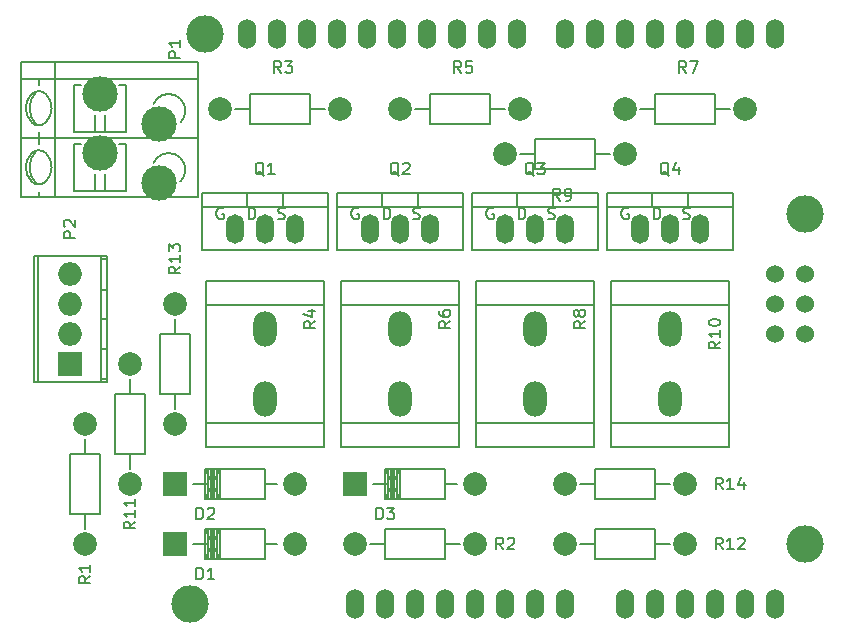
<source format=gto>
%TF.GenerationSoftware,KiCad,Pcbnew,(6.0.8)*%
%TF.CreationDate,2022-10-08T06:19:35+02:00*%
%TF.ProjectId,BatteryTester,42617474-6572-4795-9465-737465722e6b,rev?*%
%TF.SameCoordinates,Original*%
%TF.FileFunction,Legend,Top*%
%TF.FilePolarity,Positive*%
%FSLAX46Y46*%
G04 Gerber Fmt 4.6, Leading zero omitted, Abs format (unit mm)*
G04 Created by KiCad (PCBNEW (6.0.8)) date 2022-10-08 06:19:35*
%MOMM*%
%LPD*%
G01*
G04 APERTURE LIST*
%ADD10C,0.150000*%
%ADD11C,1.998980*%
%ADD12R,1.998980X1.998980*%
%ADD13C,3.000000*%
%ADD14O,1.501140X2.499360*%
%ADD15O,1.998980X2.999740*%
%ADD16C,3.175000*%
%ADD17O,1.524000X2.540000*%
%ADD18C,1.524000*%
%ADD19O,1.998980X1.998980*%
G04 APERTURE END LIST*
D10*
%TO.C,D1*%
X163091904Y-99512380D02*
X163091904Y-98512380D01*
X163330000Y-98512380D01*
X163472857Y-98560000D01*
X163568095Y-98655238D01*
X163615714Y-98750476D01*
X163663333Y-98940952D01*
X163663333Y-99083809D01*
X163615714Y-99274285D01*
X163568095Y-99369523D01*
X163472857Y-99464761D01*
X163330000Y-99512380D01*
X163091904Y-99512380D01*
X164615714Y-99512380D02*
X164044285Y-99512380D01*
X164330000Y-99512380D02*
X164330000Y-98512380D01*
X164234761Y-98655238D01*
X164139523Y-98750476D01*
X164044285Y-98798095D01*
%TO.C,P1*%
X161742380Y-55348095D02*
X160742380Y-55348095D01*
X160742380Y-54967142D01*
X160790000Y-54871904D01*
X160837619Y-54824285D01*
X160932857Y-54776666D01*
X161075714Y-54776666D01*
X161170952Y-54824285D01*
X161218571Y-54871904D01*
X161266190Y-54967142D01*
X161266190Y-55348095D01*
X161742380Y-53824285D02*
X161742380Y-54395714D01*
X161742380Y-54110000D02*
X160742380Y-54110000D01*
X160885238Y-54205238D01*
X160980476Y-54300476D01*
X161028095Y-54395714D01*
%TO.C,Q1*%
X168814761Y-65317619D02*
X168719523Y-65270000D01*
X168624285Y-65174761D01*
X168481428Y-65031904D01*
X168386190Y-64984285D01*
X168290952Y-64984285D01*
X168338571Y-65222380D02*
X168243333Y-65174761D01*
X168148095Y-65079523D01*
X168100476Y-64889047D01*
X168100476Y-64555714D01*
X168148095Y-64365238D01*
X168243333Y-64270000D01*
X168338571Y-64222380D01*
X168529047Y-64222380D01*
X168624285Y-64270000D01*
X168719523Y-64365238D01*
X168767142Y-64555714D01*
X168767142Y-64889047D01*
X168719523Y-65079523D01*
X168624285Y-65174761D01*
X168529047Y-65222380D01*
X168338571Y-65222380D01*
X169719523Y-65222380D02*
X169148095Y-65222380D01*
X169433809Y-65222380D02*
X169433809Y-64222380D01*
X169338571Y-64365238D01*
X169243333Y-64460476D01*
X169148095Y-64508095D01*
X170021285Y-68984761D02*
X170164142Y-69032380D01*
X170402238Y-69032380D01*
X170497476Y-68984761D01*
X170545095Y-68937142D01*
X170592714Y-68841904D01*
X170592714Y-68746666D01*
X170545095Y-68651428D01*
X170497476Y-68603809D01*
X170402238Y-68556190D01*
X170211761Y-68508571D01*
X170116523Y-68460952D01*
X170068904Y-68413333D01*
X170021285Y-68318095D01*
X170021285Y-68222857D01*
X170068904Y-68127619D01*
X170116523Y-68080000D01*
X170211761Y-68032380D01*
X170449857Y-68032380D01*
X170592714Y-68080000D01*
X167505095Y-69032380D02*
X167505095Y-68032380D01*
X167743190Y-68032380D01*
X167886047Y-68080000D01*
X167981285Y-68175238D01*
X168028904Y-68270476D01*
X168076523Y-68460952D01*
X168076523Y-68603809D01*
X168028904Y-68794285D01*
X167981285Y-68889523D01*
X167886047Y-68984761D01*
X167743190Y-69032380D01*
X167505095Y-69032380D01*
X165361904Y-68080000D02*
X165266666Y-68032380D01*
X165123809Y-68032380D01*
X164980952Y-68080000D01*
X164885714Y-68175238D01*
X164838095Y-68270476D01*
X164790476Y-68460952D01*
X164790476Y-68603809D01*
X164838095Y-68794285D01*
X164885714Y-68889523D01*
X164980952Y-68984761D01*
X165123809Y-69032380D01*
X165219047Y-69032380D01*
X165361904Y-68984761D01*
X165409523Y-68937142D01*
X165409523Y-68603809D01*
X165219047Y-68603809D01*
%TO.C,Q2*%
X180244761Y-65317619D02*
X180149523Y-65270000D01*
X180054285Y-65174761D01*
X179911428Y-65031904D01*
X179816190Y-64984285D01*
X179720952Y-64984285D01*
X179768571Y-65222380D02*
X179673333Y-65174761D01*
X179578095Y-65079523D01*
X179530476Y-64889047D01*
X179530476Y-64555714D01*
X179578095Y-64365238D01*
X179673333Y-64270000D01*
X179768571Y-64222380D01*
X179959047Y-64222380D01*
X180054285Y-64270000D01*
X180149523Y-64365238D01*
X180197142Y-64555714D01*
X180197142Y-64889047D01*
X180149523Y-65079523D01*
X180054285Y-65174761D01*
X179959047Y-65222380D01*
X179768571Y-65222380D01*
X180578095Y-64317619D02*
X180625714Y-64270000D01*
X180720952Y-64222380D01*
X180959047Y-64222380D01*
X181054285Y-64270000D01*
X181101904Y-64317619D01*
X181149523Y-64412857D01*
X181149523Y-64508095D01*
X181101904Y-64650952D01*
X180530476Y-65222380D01*
X181149523Y-65222380D01*
X181451285Y-68984761D02*
X181594142Y-69032380D01*
X181832238Y-69032380D01*
X181927476Y-68984761D01*
X181975095Y-68937142D01*
X182022714Y-68841904D01*
X182022714Y-68746666D01*
X181975095Y-68651428D01*
X181927476Y-68603809D01*
X181832238Y-68556190D01*
X181641761Y-68508571D01*
X181546523Y-68460952D01*
X181498904Y-68413333D01*
X181451285Y-68318095D01*
X181451285Y-68222857D01*
X181498904Y-68127619D01*
X181546523Y-68080000D01*
X181641761Y-68032380D01*
X181879857Y-68032380D01*
X182022714Y-68080000D01*
X178935095Y-69032380D02*
X178935095Y-68032380D01*
X179173190Y-68032380D01*
X179316047Y-68080000D01*
X179411285Y-68175238D01*
X179458904Y-68270476D01*
X179506523Y-68460952D01*
X179506523Y-68603809D01*
X179458904Y-68794285D01*
X179411285Y-68889523D01*
X179316047Y-68984761D01*
X179173190Y-69032380D01*
X178935095Y-69032380D01*
X176791904Y-68080000D02*
X176696666Y-68032380D01*
X176553809Y-68032380D01*
X176410952Y-68080000D01*
X176315714Y-68175238D01*
X176268095Y-68270476D01*
X176220476Y-68460952D01*
X176220476Y-68603809D01*
X176268095Y-68794285D01*
X176315714Y-68889523D01*
X176410952Y-68984761D01*
X176553809Y-69032380D01*
X176649047Y-69032380D01*
X176791904Y-68984761D01*
X176839523Y-68937142D01*
X176839523Y-68603809D01*
X176649047Y-68603809D01*
%TO.C,Q3*%
X191674761Y-65317619D02*
X191579523Y-65270000D01*
X191484285Y-65174761D01*
X191341428Y-65031904D01*
X191246190Y-64984285D01*
X191150952Y-64984285D01*
X191198571Y-65222380D02*
X191103333Y-65174761D01*
X191008095Y-65079523D01*
X190960476Y-64889047D01*
X190960476Y-64555714D01*
X191008095Y-64365238D01*
X191103333Y-64270000D01*
X191198571Y-64222380D01*
X191389047Y-64222380D01*
X191484285Y-64270000D01*
X191579523Y-64365238D01*
X191627142Y-64555714D01*
X191627142Y-64889047D01*
X191579523Y-65079523D01*
X191484285Y-65174761D01*
X191389047Y-65222380D01*
X191198571Y-65222380D01*
X191960476Y-64222380D02*
X192579523Y-64222380D01*
X192246190Y-64603333D01*
X192389047Y-64603333D01*
X192484285Y-64650952D01*
X192531904Y-64698571D01*
X192579523Y-64793809D01*
X192579523Y-65031904D01*
X192531904Y-65127142D01*
X192484285Y-65174761D01*
X192389047Y-65222380D01*
X192103333Y-65222380D01*
X192008095Y-65174761D01*
X191960476Y-65127142D01*
X190365095Y-69032380D02*
X190365095Y-68032380D01*
X190603190Y-68032380D01*
X190746047Y-68080000D01*
X190841285Y-68175238D01*
X190888904Y-68270476D01*
X190936523Y-68460952D01*
X190936523Y-68603809D01*
X190888904Y-68794285D01*
X190841285Y-68889523D01*
X190746047Y-68984761D01*
X190603190Y-69032380D01*
X190365095Y-69032380D01*
X192881285Y-68984761D02*
X193024142Y-69032380D01*
X193262238Y-69032380D01*
X193357476Y-68984761D01*
X193405095Y-68937142D01*
X193452714Y-68841904D01*
X193452714Y-68746666D01*
X193405095Y-68651428D01*
X193357476Y-68603809D01*
X193262238Y-68556190D01*
X193071761Y-68508571D01*
X192976523Y-68460952D01*
X192928904Y-68413333D01*
X192881285Y-68318095D01*
X192881285Y-68222857D01*
X192928904Y-68127619D01*
X192976523Y-68080000D01*
X193071761Y-68032380D01*
X193309857Y-68032380D01*
X193452714Y-68080000D01*
X188221904Y-68080000D02*
X188126666Y-68032380D01*
X187983809Y-68032380D01*
X187840952Y-68080000D01*
X187745714Y-68175238D01*
X187698095Y-68270476D01*
X187650476Y-68460952D01*
X187650476Y-68603809D01*
X187698095Y-68794285D01*
X187745714Y-68889523D01*
X187840952Y-68984761D01*
X187983809Y-69032380D01*
X188079047Y-69032380D01*
X188221904Y-68984761D01*
X188269523Y-68937142D01*
X188269523Y-68603809D01*
X188079047Y-68603809D01*
%TO.C,Q4*%
X203104761Y-65317619D02*
X203009523Y-65270000D01*
X202914285Y-65174761D01*
X202771428Y-65031904D01*
X202676190Y-64984285D01*
X202580952Y-64984285D01*
X202628571Y-65222380D02*
X202533333Y-65174761D01*
X202438095Y-65079523D01*
X202390476Y-64889047D01*
X202390476Y-64555714D01*
X202438095Y-64365238D01*
X202533333Y-64270000D01*
X202628571Y-64222380D01*
X202819047Y-64222380D01*
X202914285Y-64270000D01*
X203009523Y-64365238D01*
X203057142Y-64555714D01*
X203057142Y-64889047D01*
X203009523Y-65079523D01*
X202914285Y-65174761D01*
X202819047Y-65222380D01*
X202628571Y-65222380D01*
X203914285Y-64555714D02*
X203914285Y-65222380D01*
X203676190Y-64174761D02*
X203438095Y-64889047D01*
X204057142Y-64889047D01*
X204311285Y-68984761D02*
X204454142Y-69032380D01*
X204692238Y-69032380D01*
X204787476Y-68984761D01*
X204835095Y-68937142D01*
X204882714Y-68841904D01*
X204882714Y-68746666D01*
X204835095Y-68651428D01*
X204787476Y-68603809D01*
X204692238Y-68556190D01*
X204501761Y-68508571D01*
X204406523Y-68460952D01*
X204358904Y-68413333D01*
X204311285Y-68318095D01*
X204311285Y-68222857D01*
X204358904Y-68127619D01*
X204406523Y-68080000D01*
X204501761Y-68032380D01*
X204739857Y-68032380D01*
X204882714Y-68080000D01*
X199651904Y-68080000D02*
X199556666Y-68032380D01*
X199413809Y-68032380D01*
X199270952Y-68080000D01*
X199175714Y-68175238D01*
X199128095Y-68270476D01*
X199080476Y-68460952D01*
X199080476Y-68603809D01*
X199128095Y-68794285D01*
X199175714Y-68889523D01*
X199270952Y-68984761D01*
X199413809Y-69032380D01*
X199509047Y-69032380D01*
X199651904Y-68984761D01*
X199699523Y-68937142D01*
X199699523Y-68603809D01*
X199509047Y-68603809D01*
X201795095Y-69032380D02*
X201795095Y-68032380D01*
X202033190Y-68032380D01*
X202176047Y-68080000D01*
X202271285Y-68175238D01*
X202318904Y-68270476D01*
X202366523Y-68460952D01*
X202366523Y-68603809D01*
X202318904Y-68794285D01*
X202271285Y-68889523D01*
X202176047Y-68984761D01*
X202033190Y-69032380D01*
X201795095Y-69032380D01*
%TO.C,R4*%
X173172380Y-77636666D02*
X172696190Y-77970000D01*
X173172380Y-78208095D02*
X172172380Y-78208095D01*
X172172380Y-77827142D01*
X172220000Y-77731904D01*
X172267619Y-77684285D01*
X172362857Y-77636666D01*
X172505714Y-77636666D01*
X172600952Y-77684285D01*
X172648571Y-77731904D01*
X172696190Y-77827142D01*
X172696190Y-78208095D01*
X172505714Y-76779523D02*
X173172380Y-76779523D01*
X172124761Y-77017619D02*
X172839047Y-77255714D01*
X172839047Y-76636666D01*
%TO.C,R6*%
X184602380Y-77636666D02*
X184126190Y-77970000D01*
X184602380Y-78208095D02*
X183602380Y-78208095D01*
X183602380Y-77827142D01*
X183650000Y-77731904D01*
X183697619Y-77684285D01*
X183792857Y-77636666D01*
X183935714Y-77636666D01*
X184030952Y-77684285D01*
X184078571Y-77731904D01*
X184126190Y-77827142D01*
X184126190Y-78208095D01*
X183602380Y-76779523D02*
X183602380Y-76970000D01*
X183650000Y-77065238D01*
X183697619Y-77112857D01*
X183840476Y-77208095D01*
X184030952Y-77255714D01*
X184411904Y-77255714D01*
X184507142Y-77208095D01*
X184554761Y-77160476D01*
X184602380Y-77065238D01*
X184602380Y-76874761D01*
X184554761Y-76779523D01*
X184507142Y-76731904D01*
X184411904Y-76684285D01*
X184173809Y-76684285D01*
X184078571Y-76731904D01*
X184030952Y-76779523D01*
X183983333Y-76874761D01*
X183983333Y-77065238D01*
X184030952Y-77160476D01*
X184078571Y-77208095D01*
X184173809Y-77255714D01*
%TO.C,R8*%
X196032380Y-77636666D02*
X195556190Y-77970000D01*
X196032380Y-78208095D02*
X195032380Y-78208095D01*
X195032380Y-77827142D01*
X195080000Y-77731904D01*
X195127619Y-77684285D01*
X195222857Y-77636666D01*
X195365714Y-77636666D01*
X195460952Y-77684285D01*
X195508571Y-77731904D01*
X195556190Y-77827142D01*
X195556190Y-78208095D01*
X195460952Y-77065238D02*
X195413333Y-77160476D01*
X195365714Y-77208095D01*
X195270476Y-77255714D01*
X195222857Y-77255714D01*
X195127619Y-77208095D01*
X195080000Y-77160476D01*
X195032380Y-77065238D01*
X195032380Y-76874761D01*
X195080000Y-76779523D01*
X195127619Y-76731904D01*
X195222857Y-76684285D01*
X195270476Y-76684285D01*
X195365714Y-76731904D01*
X195413333Y-76779523D01*
X195460952Y-76874761D01*
X195460952Y-77065238D01*
X195508571Y-77160476D01*
X195556190Y-77208095D01*
X195651428Y-77255714D01*
X195841904Y-77255714D01*
X195937142Y-77208095D01*
X195984761Y-77160476D01*
X196032380Y-77065238D01*
X196032380Y-76874761D01*
X195984761Y-76779523D01*
X195937142Y-76731904D01*
X195841904Y-76684285D01*
X195651428Y-76684285D01*
X195556190Y-76731904D01*
X195508571Y-76779523D01*
X195460952Y-76874761D01*
%TO.C,R10*%
X207462380Y-79382857D02*
X206986190Y-79716190D01*
X207462380Y-79954285D02*
X206462380Y-79954285D01*
X206462380Y-79573333D01*
X206510000Y-79478095D01*
X206557619Y-79430476D01*
X206652857Y-79382857D01*
X206795714Y-79382857D01*
X206890952Y-79430476D01*
X206938571Y-79478095D01*
X206986190Y-79573333D01*
X206986190Y-79954285D01*
X207462380Y-78430476D02*
X207462380Y-79001904D01*
X207462380Y-78716190D02*
X206462380Y-78716190D01*
X206605238Y-78811428D01*
X206700476Y-78906666D01*
X206748095Y-79001904D01*
X206462380Y-77811428D02*
X206462380Y-77716190D01*
X206510000Y-77620952D01*
X206557619Y-77573333D01*
X206652857Y-77525714D01*
X206843333Y-77478095D01*
X207081428Y-77478095D01*
X207271904Y-77525714D01*
X207367142Y-77573333D01*
X207414761Y-77620952D01*
X207462380Y-77716190D01*
X207462380Y-77811428D01*
X207414761Y-77906666D01*
X207367142Y-77954285D01*
X207271904Y-78001904D01*
X207081428Y-78049523D01*
X206843333Y-78049523D01*
X206652857Y-78001904D01*
X206557619Y-77954285D01*
X206510000Y-77906666D01*
X206462380Y-77811428D01*
%TO.C,D2*%
X163091904Y-94432380D02*
X163091904Y-93432380D01*
X163330000Y-93432380D01*
X163472857Y-93480000D01*
X163568095Y-93575238D01*
X163615714Y-93670476D01*
X163663333Y-93860952D01*
X163663333Y-94003809D01*
X163615714Y-94194285D01*
X163568095Y-94289523D01*
X163472857Y-94384761D01*
X163330000Y-94432380D01*
X163091904Y-94432380D01*
X164044285Y-93527619D02*
X164091904Y-93480000D01*
X164187142Y-93432380D01*
X164425238Y-93432380D01*
X164520476Y-93480000D01*
X164568095Y-93527619D01*
X164615714Y-93622857D01*
X164615714Y-93718095D01*
X164568095Y-93860952D01*
X163996666Y-94432380D01*
X164615714Y-94432380D01*
%TO.C,D3*%
X178331904Y-94432380D02*
X178331904Y-93432380D01*
X178570000Y-93432380D01*
X178712857Y-93480000D01*
X178808095Y-93575238D01*
X178855714Y-93670476D01*
X178903333Y-93860952D01*
X178903333Y-94003809D01*
X178855714Y-94194285D01*
X178808095Y-94289523D01*
X178712857Y-94384761D01*
X178570000Y-94432380D01*
X178331904Y-94432380D01*
X179236666Y-93432380D02*
X179855714Y-93432380D01*
X179522380Y-93813333D01*
X179665238Y-93813333D01*
X179760476Y-93860952D01*
X179808095Y-93908571D01*
X179855714Y-94003809D01*
X179855714Y-94241904D01*
X179808095Y-94337142D01*
X179760476Y-94384761D01*
X179665238Y-94432380D01*
X179379523Y-94432380D01*
X179284285Y-94384761D01*
X179236666Y-94337142D01*
%TO.C,P2*%
X152852380Y-70588095D02*
X151852380Y-70588095D01*
X151852380Y-70207142D01*
X151900000Y-70111904D01*
X151947619Y-70064285D01*
X152042857Y-70016666D01*
X152185714Y-70016666D01*
X152280952Y-70064285D01*
X152328571Y-70111904D01*
X152376190Y-70207142D01*
X152376190Y-70588095D01*
X151947619Y-69635714D02*
X151900000Y-69588095D01*
X151852380Y-69492857D01*
X151852380Y-69254761D01*
X151900000Y-69159523D01*
X151947619Y-69111904D01*
X152042857Y-69064285D01*
X152138095Y-69064285D01*
X152280952Y-69111904D01*
X152852380Y-69683333D01*
X152852380Y-69064285D01*
%TO.C,R1*%
X154122380Y-99226666D02*
X153646190Y-99560000D01*
X154122380Y-99798095D02*
X153122380Y-99798095D01*
X153122380Y-99417142D01*
X153170000Y-99321904D01*
X153217619Y-99274285D01*
X153312857Y-99226666D01*
X153455714Y-99226666D01*
X153550952Y-99274285D01*
X153598571Y-99321904D01*
X153646190Y-99417142D01*
X153646190Y-99798095D01*
X154122380Y-98274285D02*
X154122380Y-98845714D01*
X154122380Y-98560000D02*
X153122380Y-98560000D01*
X153265238Y-98655238D01*
X153360476Y-98750476D01*
X153408095Y-98845714D01*
%TO.C,R2*%
X189063333Y-96972380D02*
X188730000Y-96496190D01*
X188491904Y-96972380D02*
X188491904Y-95972380D01*
X188872857Y-95972380D01*
X188968095Y-96020000D01*
X189015714Y-96067619D01*
X189063333Y-96162857D01*
X189063333Y-96305714D01*
X189015714Y-96400952D01*
X188968095Y-96448571D01*
X188872857Y-96496190D01*
X188491904Y-96496190D01*
X189444285Y-96067619D02*
X189491904Y-96020000D01*
X189587142Y-95972380D01*
X189825238Y-95972380D01*
X189920476Y-96020000D01*
X189968095Y-96067619D01*
X190015714Y-96162857D01*
X190015714Y-96258095D01*
X189968095Y-96400952D01*
X189396666Y-96972380D01*
X190015714Y-96972380D01*
%TO.C,R3*%
X170262253Y-56642260D02*
X169928920Y-56166070D01*
X169690824Y-56642260D02*
X169690824Y-55642260D01*
X170071777Y-55642260D01*
X170167015Y-55689880D01*
X170214634Y-55737499D01*
X170262253Y-55832737D01*
X170262253Y-55975594D01*
X170214634Y-56070832D01*
X170167015Y-56118451D01*
X170071777Y-56166070D01*
X169690824Y-56166070D01*
X170595586Y-55642260D02*
X171214634Y-55642260D01*
X170881300Y-56023213D01*
X171024158Y-56023213D01*
X171119396Y-56070832D01*
X171167015Y-56118451D01*
X171214634Y-56213689D01*
X171214634Y-56451784D01*
X171167015Y-56547022D01*
X171119396Y-56594641D01*
X171024158Y-56642260D01*
X170738443Y-56642260D01*
X170643205Y-56594641D01*
X170595586Y-56547022D01*
%TO.C,R5*%
X185502253Y-56642260D02*
X185168920Y-56166070D01*
X184930824Y-56642260D02*
X184930824Y-55642260D01*
X185311777Y-55642260D01*
X185407015Y-55689880D01*
X185454634Y-55737499D01*
X185502253Y-55832737D01*
X185502253Y-55975594D01*
X185454634Y-56070832D01*
X185407015Y-56118451D01*
X185311777Y-56166070D01*
X184930824Y-56166070D01*
X186407015Y-55642260D02*
X185930824Y-55642260D01*
X185883205Y-56118451D01*
X185930824Y-56070832D01*
X186026062Y-56023213D01*
X186264158Y-56023213D01*
X186359396Y-56070832D01*
X186407015Y-56118451D01*
X186454634Y-56213689D01*
X186454634Y-56451784D01*
X186407015Y-56547022D01*
X186359396Y-56594641D01*
X186264158Y-56642260D01*
X186026062Y-56642260D01*
X185930824Y-56594641D01*
X185883205Y-56547022D01*
%TO.C,R7*%
X204552253Y-56642260D02*
X204218920Y-56166070D01*
X203980824Y-56642260D02*
X203980824Y-55642260D01*
X204361777Y-55642260D01*
X204457015Y-55689880D01*
X204504634Y-55737499D01*
X204552253Y-55832737D01*
X204552253Y-55975594D01*
X204504634Y-56070832D01*
X204457015Y-56118451D01*
X204361777Y-56166070D01*
X203980824Y-56166070D01*
X204885586Y-55642260D02*
X205552253Y-55642260D01*
X205123681Y-56642260D01*
%TO.C,R9*%
X193894413Y-67452500D02*
X193561080Y-66976310D01*
X193322984Y-67452500D02*
X193322984Y-66452500D01*
X193703937Y-66452500D01*
X193799175Y-66500120D01*
X193846794Y-66547739D01*
X193894413Y-66642977D01*
X193894413Y-66785834D01*
X193846794Y-66881072D01*
X193799175Y-66928691D01*
X193703937Y-66976310D01*
X193322984Y-66976310D01*
X194370603Y-67452500D02*
X194561080Y-67452500D01*
X194656318Y-67404881D01*
X194703937Y-67357262D01*
X194799175Y-67214405D01*
X194846794Y-67023929D01*
X194846794Y-66642977D01*
X194799175Y-66547739D01*
X194751556Y-66500120D01*
X194656318Y-66452500D01*
X194465841Y-66452500D01*
X194370603Y-66500120D01*
X194322984Y-66547739D01*
X194275365Y-66642977D01*
X194275365Y-66881072D01*
X194322984Y-66976310D01*
X194370603Y-67023929D01*
X194465841Y-67071548D01*
X194656318Y-67071548D01*
X194751556Y-67023929D01*
X194799175Y-66976310D01*
X194846794Y-66881072D01*
%TO.C,R11*%
X157932380Y-94622857D02*
X157456190Y-94956190D01*
X157932380Y-95194285D02*
X156932380Y-95194285D01*
X156932380Y-94813333D01*
X156980000Y-94718095D01*
X157027619Y-94670476D01*
X157122857Y-94622857D01*
X157265714Y-94622857D01*
X157360952Y-94670476D01*
X157408571Y-94718095D01*
X157456190Y-94813333D01*
X157456190Y-95194285D01*
X157932380Y-93670476D02*
X157932380Y-94241904D01*
X157932380Y-93956190D02*
X156932380Y-93956190D01*
X157075238Y-94051428D01*
X157170476Y-94146666D01*
X157218095Y-94241904D01*
X157932380Y-92718095D02*
X157932380Y-93289523D01*
X157932380Y-93003809D02*
X156932380Y-93003809D01*
X157075238Y-93099047D01*
X157170476Y-93194285D01*
X157218095Y-93289523D01*
%TO.C,R12*%
X207637142Y-96972380D02*
X207303809Y-96496190D01*
X207065714Y-96972380D02*
X207065714Y-95972380D01*
X207446666Y-95972380D01*
X207541904Y-96020000D01*
X207589523Y-96067619D01*
X207637142Y-96162857D01*
X207637142Y-96305714D01*
X207589523Y-96400952D01*
X207541904Y-96448571D01*
X207446666Y-96496190D01*
X207065714Y-96496190D01*
X208589523Y-96972380D02*
X208018095Y-96972380D01*
X208303809Y-96972380D02*
X208303809Y-95972380D01*
X208208571Y-96115238D01*
X208113333Y-96210476D01*
X208018095Y-96258095D01*
X208970476Y-96067619D02*
X209018095Y-96020000D01*
X209113333Y-95972380D01*
X209351428Y-95972380D01*
X209446666Y-96020000D01*
X209494285Y-96067619D01*
X209541904Y-96162857D01*
X209541904Y-96258095D01*
X209494285Y-96400952D01*
X208922857Y-96972380D01*
X209541904Y-96972380D01*
%TO.C,R13*%
X161742380Y-73032857D02*
X161266190Y-73366190D01*
X161742380Y-73604285D02*
X160742380Y-73604285D01*
X160742380Y-73223333D01*
X160790000Y-73128095D01*
X160837619Y-73080476D01*
X160932857Y-73032857D01*
X161075714Y-73032857D01*
X161170952Y-73080476D01*
X161218571Y-73128095D01*
X161266190Y-73223333D01*
X161266190Y-73604285D01*
X161742380Y-72080476D02*
X161742380Y-72651904D01*
X161742380Y-72366190D02*
X160742380Y-72366190D01*
X160885238Y-72461428D01*
X160980476Y-72556666D01*
X161028095Y-72651904D01*
X160742380Y-71747142D02*
X160742380Y-71128095D01*
X161123333Y-71461428D01*
X161123333Y-71318571D01*
X161170952Y-71223333D01*
X161218571Y-71175714D01*
X161313809Y-71128095D01*
X161551904Y-71128095D01*
X161647142Y-71175714D01*
X161694761Y-71223333D01*
X161742380Y-71318571D01*
X161742380Y-71604285D01*
X161694761Y-71699523D01*
X161647142Y-71747142D01*
%TO.C,R14*%
X207637142Y-91892380D02*
X207303809Y-91416190D01*
X207065714Y-91892380D02*
X207065714Y-90892380D01*
X207446666Y-90892380D01*
X207541904Y-90940000D01*
X207589523Y-90987619D01*
X207637142Y-91082857D01*
X207637142Y-91225714D01*
X207589523Y-91320952D01*
X207541904Y-91368571D01*
X207446666Y-91416190D01*
X207065714Y-91416190D01*
X208589523Y-91892380D02*
X208018095Y-91892380D01*
X208303809Y-91892380D02*
X208303809Y-90892380D01*
X208208571Y-91035238D01*
X208113333Y-91130476D01*
X208018095Y-91178095D01*
X209446666Y-91225714D02*
X209446666Y-91892380D01*
X209208571Y-90844761D02*
X208970476Y-91559047D01*
X209589523Y-91559047D01*
%TO.C,D1*%
X163830000Y-97790000D02*
X165100000Y-95250000D01*
X168910000Y-95250000D02*
X163830000Y-95250000D01*
X164338000Y-97790000D02*
X164338000Y-95250000D01*
X163830000Y-97790000D02*
X168910000Y-97790000D01*
X164084000Y-96520000D02*
X162814000Y-96520000D01*
X163830000Y-95250000D02*
X163830000Y-97790000D01*
X168910000Y-97790000D02*
X168910000Y-95250000D01*
X164465000Y-97790000D02*
X164465000Y-95250000D01*
X168910000Y-96520000D02*
X169926000Y-96520000D01*
X165100000Y-97790000D02*
X165100000Y-95250000D01*
X165100000Y-97790000D02*
X163830000Y-95250000D01*
X164592000Y-97790000D02*
X164592000Y-95250000D01*
X164084000Y-97790000D02*
X164084000Y-95250000D01*
X164846000Y-97790000D02*
X164846000Y-95250000D01*
%TO.C,P1*%
X163240720Y-67169040D02*
X163240720Y-62170320D01*
X157139640Y-62619900D02*
X157139640Y-66620400D01*
X148239480Y-57170320D02*
X163240720Y-57170320D01*
X149740620Y-57170320D02*
X149740620Y-57670700D01*
X157139640Y-57619900D02*
X156540200Y-57619900D01*
X148239480Y-67169040D02*
X148239480Y-62170320D01*
X163240720Y-62169040D02*
X148239480Y-62169040D01*
X157139640Y-61620400D02*
X152740360Y-61620400D01*
X155338780Y-66620400D02*
X155338780Y-65220860D01*
X149740620Y-62170320D02*
X149740620Y-62670700D01*
X152740360Y-66620400D02*
X152740360Y-62619900D01*
X157139640Y-66620400D02*
X152740360Y-66620400D01*
X157139640Y-57619900D02*
X157139640Y-61620400D01*
X163240720Y-62169040D02*
X163240720Y-57170320D01*
X149740620Y-62169040D02*
X149740620Y-61671200D01*
X148240000Y-55670000D02*
X163240000Y-55670000D01*
X163240720Y-67169040D02*
X148239480Y-67169040D01*
X154541220Y-66620400D02*
X154541220Y-65220860D01*
X151140000Y-62170000D02*
X151140000Y-55670000D01*
X157139640Y-62619900D02*
X156540200Y-62619900D01*
X163240000Y-55670000D02*
X163240000Y-57170000D01*
X152740360Y-57619900D02*
X153339800Y-57619900D01*
X148240000Y-57170000D02*
X148240000Y-55670000D01*
X154541220Y-61620400D02*
X154541220Y-60220860D01*
X148239480Y-62169040D02*
X148239480Y-57170320D01*
X149740620Y-67169040D02*
X149740620Y-66671200D01*
X151140000Y-62170000D02*
X151140000Y-67170000D01*
X152740360Y-62619900D02*
X153339800Y-62619900D01*
X152740360Y-61620400D02*
X152740360Y-57619900D01*
X155338780Y-61620400D02*
X155338780Y-60220860D01*
X149138640Y-60820300D02*
G75*
G03*
X150340060Y-60822840I601980J599440D01*
G01*
X161287458Y-63521605D02*
G75*
G03*
X159440880Y-64270900I-548658J-1297895D01*
G01*
X149138640Y-65820300D02*
G75*
G03*
X150340060Y-65822840I601980J599440D01*
G01*
X150337520Y-60817760D02*
G75*
G03*
X150337520Y-58420000I-1198881J1198880D01*
G01*
X149537420Y-63219340D02*
G75*
G03*
X149539960Y-66020960I1402080J-1399540D01*
G01*
X150340060Y-63420000D02*
G75*
G03*
X149141180Y-63420000I-599440J-599440D01*
G01*
X150340060Y-58420000D02*
G75*
G03*
X149141180Y-58420000I-599440J-599440D01*
G01*
X149138640Y-63420000D02*
G75*
G03*
X149141180Y-65820300I1201420J-1198880D01*
G01*
X161287458Y-58521605D02*
G75*
G03*
X159440880Y-59270900I-548658J-1297895D01*
G01*
X161739580Y-58821320D02*
G75*
G03*
X159740600Y-58818780I-1000760J-998220D01*
G01*
X161739580Y-63821320D02*
G75*
G03*
X159740600Y-63818780I-1000760J-998220D01*
G01*
X149138640Y-58420000D02*
G75*
G03*
X149141180Y-60820300I1201420J-1198880D01*
G01*
X149537420Y-58219340D02*
G75*
G03*
X149539960Y-61020960I1402080J-1399540D01*
G01*
X161739580Y-65820300D02*
G75*
G03*
X161739580Y-63818780I-1000761J1000760D01*
G01*
X150337520Y-65817760D02*
G75*
G03*
X150337520Y-63420000I-1198881J1198880D01*
G01*
X161739580Y-60820300D02*
G75*
G03*
X161739580Y-58818780I-1000761J1000760D01*
G01*
%TO.C,Q1*%
X163576000Y-71628000D02*
X163576000Y-67945000D01*
X167386000Y-66802000D02*
X167386000Y-67945000D01*
X174244000Y-67945000D02*
X174244000Y-71628000D01*
X174244000Y-71628000D02*
X163576000Y-71628000D01*
X174244000Y-67945000D02*
X163576000Y-67945000D01*
X170434000Y-66802000D02*
X170434000Y-67945000D01*
X168910000Y-66802000D02*
X163576000Y-66802000D01*
X174244000Y-66802000D02*
X174244000Y-67945000D01*
X168910000Y-66802000D02*
X174244000Y-66802000D01*
X163576000Y-67945000D02*
X163576000Y-66802000D01*
%TO.C,Q2*%
X178816000Y-66802000D02*
X178816000Y-67945000D01*
X175006000Y-71628000D02*
X175006000Y-67945000D01*
X185674000Y-67945000D02*
X185674000Y-71628000D01*
X185674000Y-67945000D02*
X175006000Y-67945000D01*
X175006000Y-67945000D02*
X175006000Y-66802000D01*
X181864000Y-66802000D02*
X181864000Y-67945000D01*
X185674000Y-71628000D02*
X175006000Y-71628000D01*
X180340000Y-66802000D02*
X185674000Y-66802000D01*
X180340000Y-66802000D02*
X175006000Y-66802000D01*
X185674000Y-66802000D02*
X185674000Y-67945000D01*
%TO.C,Q3*%
X197104000Y-67945000D02*
X197104000Y-71628000D01*
X197104000Y-66802000D02*
X197104000Y-67945000D01*
X193294000Y-66802000D02*
X193294000Y-67945000D01*
X191770000Y-66802000D02*
X186436000Y-66802000D01*
X197104000Y-67945000D02*
X186436000Y-67945000D01*
X186436000Y-71628000D02*
X186436000Y-67945000D01*
X186436000Y-67945000D02*
X186436000Y-66802000D01*
X190246000Y-66802000D02*
X190246000Y-67945000D01*
X191770000Y-66802000D02*
X197104000Y-66802000D01*
X197104000Y-71628000D02*
X186436000Y-71628000D01*
%TO.C,Q4*%
X208534000Y-66802000D02*
X208534000Y-67945000D01*
X201676000Y-66802000D02*
X201676000Y-67945000D01*
X208534000Y-67945000D02*
X197866000Y-67945000D01*
X208534000Y-67945000D02*
X208534000Y-71628000D01*
X197866000Y-67945000D02*
X197866000Y-66802000D01*
X203200000Y-66802000D02*
X197866000Y-66802000D01*
X204724000Y-66802000D02*
X204724000Y-67945000D01*
X203200000Y-66802000D02*
X208534000Y-66802000D01*
X208534000Y-71628000D02*
X197866000Y-71628000D01*
X197866000Y-71628000D02*
X197866000Y-67945000D01*
%TO.C,R4*%
X163908740Y-74279760D02*
X163908740Y-88280240D01*
X163908740Y-86281260D02*
X173911260Y-86281260D01*
X163908740Y-88280240D02*
X173911260Y-88280240D01*
X173911260Y-74279760D02*
X163908740Y-74279760D01*
X163908740Y-76278740D02*
X173911260Y-76278740D01*
X173911260Y-88280240D02*
X173911260Y-74279760D01*
%TO.C,R6*%
X185341260Y-88280240D02*
X185341260Y-74279760D01*
X175338740Y-74279760D02*
X175338740Y-88280240D01*
X175338740Y-86281260D02*
X185341260Y-86281260D01*
X175338740Y-88280240D02*
X185341260Y-88280240D01*
X185341260Y-74279760D02*
X175338740Y-74279760D01*
X175338740Y-76278740D02*
X185341260Y-76278740D01*
%TO.C,R8*%
X196771260Y-88280240D02*
X196771260Y-74279760D01*
X186768740Y-76278740D02*
X196771260Y-76278740D01*
X186768740Y-74279760D02*
X186768740Y-88280240D01*
X186768740Y-88280240D02*
X196771260Y-88280240D01*
X186768740Y-86281260D02*
X196771260Y-86281260D01*
X196771260Y-74279760D02*
X186768740Y-74279760D01*
%TO.C,R10*%
X198198740Y-88280240D02*
X208201260Y-88280240D01*
X198198740Y-76278740D02*
X208201260Y-76278740D01*
X198198740Y-86281260D02*
X208201260Y-86281260D01*
X208201260Y-74279760D02*
X198198740Y-74279760D01*
X208201260Y-88280240D02*
X208201260Y-74279760D01*
X198198740Y-74279760D02*
X198198740Y-88280240D01*
%TO.C,D2*%
X164084000Y-90167460D02*
X164084000Y-92707460D01*
X168910000Y-90167460D02*
X168910000Y-92707460D01*
X164084000Y-91437460D02*
X162814000Y-91437460D01*
X164592000Y-90167460D02*
X164592000Y-92707460D01*
X164465000Y-90167460D02*
X164465000Y-92707460D01*
X165100000Y-90167460D02*
X163830000Y-92707460D01*
X164338000Y-90167460D02*
X164338000Y-92707460D01*
X163830000Y-90167460D02*
X165100000Y-92707460D01*
X165100000Y-90167460D02*
X165100000Y-92707460D01*
X168910000Y-92707460D02*
X163830000Y-92707460D01*
X163830000Y-90167460D02*
X168910000Y-90167460D01*
X164846000Y-90167460D02*
X164846000Y-92707460D01*
X168910000Y-91437460D02*
X169926000Y-91437460D01*
X163830000Y-92707460D02*
X163830000Y-90167460D01*
%TO.C,D3*%
X180340000Y-90167460D02*
X180340000Y-92707460D01*
X179705000Y-90167460D02*
X179705000Y-92707460D01*
X179832000Y-90167460D02*
X179832000Y-92707460D01*
X179070000Y-90167460D02*
X184150000Y-90167460D01*
X179070000Y-90167460D02*
X180340000Y-92707460D01*
X184150000Y-92707460D02*
X179070000Y-92707460D01*
X180086000Y-90167460D02*
X180086000Y-92707460D01*
X179324000Y-90167460D02*
X179324000Y-92707460D01*
X184150000Y-91437460D02*
X185166000Y-91437460D01*
X184150000Y-90167460D02*
X184150000Y-92707460D01*
X179578000Y-90167460D02*
X179578000Y-92707460D01*
X180340000Y-90167460D02*
X179070000Y-92707460D01*
X179070000Y-92707460D02*
X179070000Y-90167460D01*
X179324000Y-91437460D02*
X178054000Y-91437460D01*
%TO.C,P2*%
X155000960Y-77470000D02*
X155498800Y-77470000D01*
X155498800Y-82567780D02*
X155000960Y-82567780D01*
X149699980Y-82770980D02*
X149699980Y-72169020D01*
X155000960Y-74973180D02*
X155498800Y-74973180D01*
X149301200Y-82765900D02*
X155498800Y-82765900D01*
X155498800Y-79966820D02*
X155000960Y-79966820D01*
X155498800Y-72171560D02*
X149301200Y-72171560D01*
X149301200Y-72169020D02*
X149301200Y-82770980D01*
X155000960Y-82770980D02*
X155000960Y-72169020D01*
X155498800Y-72169020D02*
X155498800Y-82770980D01*
X155000960Y-72369680D02*
X155498800Y-72369680D01*
%TO.C,R1*%
X153670000Y-93980000D02*
X153670000Y-95250000D01*
X153670000Y-88900000D02*
X153670000Y-87630000D01*
X152400000Y-88900000D02*
X154940000Y-88900000D01*
X152400000Y-93980000D02*
X152400000Y-88900000D01*
X154940000Y-88900000D02*
X154940000Y-93980000D01*
X154940000Y-93980000D02*
X152400000Y-93980000D01*
%TO.C,R2*%
X179070000Y-97790000D02*
X179070000Y-95250000D01*
X184150000Y-97790000D02*
X179070000Y-97790000D01*
X179070000Y-96520000D02*
X177800000Y-96520000D01*
X179070000Y-95250000D02*
X184150000Y-95250000D01*
X184150000Y-95250000D02*
X184150000Y-97790000D01*
X184150000Y-96520000D02*
X185420000Y-96520000D01*
%TO.C,R3*%
X172720000Y-58420000D02*
X172720000Y-60960000D01*
X167640000Y-59690000D02*
X166370000Y-59690000D01*
X167640000Y-58420000D02*
X172720000Y-58420000D01*
X172720000Y-59690000D02*
X173990000Y-59690000D01*
X167640000Y-60960000D02*
X167640000Y-58420000D01*
X172720000Y-60960000D02*
X167640000Y-60960000D01*
%TO.C,R5*%
X182880000Y-58420000D02*
X187960000Y-58420000D01*
X187960000Y-60960000D02*
X182880000Y-60960000D01*
X182880000Y-59690000D02*
X181610000Y-59690000D01*
X182880000Y-60960000D02*
X182880000Y-58420000D01*
X187960000Y-59690000D02*
X189230000Y-59690000D01*
X187960000Y-58420000D02*
X187960000Y-60960000D01*
%TO.C,R7*%
X207010000Y-60960000D02*
X201930000Y-60960000D01*
X201930000Y-59690000D02*
X200660000Y-59690000D01*
X207010000Y-58420000D02*
X207010000Y-60960000D01*
X207010000Y-59690000D02*
X208280000Y-59690000D01*
X201930000Y-58420000D02*
X207010000Y-58420000D01*
X201930000Y-60960000D02*
X201930000Y-58420000D01*
%TO.C,R9*%
X191770000Y-64770000D02*
X191770000Y-62230000D01*
X191770000Y-63500000D02*
X190500000Y-63500000D01*
X196850000Y-63500000D02*
X198120000Y-63500000D01*
X196850000Y-64770000D02*
X191770000Y-64770000D01*
X191770000Y-62230000D02*
X196850000Y-62230000D01*
X196850000Y-62230000D02*
X196850000Y-64770000D01*
%TO.C,R11*%
X156210000Y-83820000D02*
X158750000Y-83820000D01*
X158750000Y-83820000D02*
X158750000Y-88900000D01*
X158750000Y-88900000D02*
X156210000Y-88900000D01*
X157480000Y-88900000D02*
X157480000Y-90170000D01*
X156210000Y-88900000D02*
X156210000Y-83820000D01*
X157480000Y-83820000D02*
X157480000Y-82550000D01*
%TO.C,R12*%
X196850000Y-95250000D02*
X201930000Y-95250000D01*
X201930000Y-95250000D02*
X201930000Y-97790000D01*
X196850000Y-96520000D02*
X195580000Y-96520000D01*
X196850000Y-97790000D02*
X196850000Y-95250000D01*
X201930000Y-96520000D02*
X203200000Y-96520000D01*
X201930000Y-97790000D02*
X196850000Y-97790000D01*
%TO.C,R13*%
X162560000Y-83820000D02*
X160020000Y-83820000D01*
X161290000Y-78740000D02*
X161290000Y-77470000D01*
X162560000Y-78740000D02*
X162560000Y-83820000D01*
X160020000Y-83820000D02*
X160020000Y-78740000D01*
X161290000Y-83820000D02*
X161290000Y-85090000D01*
X160020000Y-78740000D02*
X162560000Y-78740000D01*
%TO.C,R14*%
X196850000Y-90170000D02*
X201930000Y-90170000D01*
X196850000Y-91440000D02*
X195580000Y-91440000D01*
X196850000Y-92710000D02*
X196850000Y-90170000D01*
X201930000Y-92710000D02*
X196850000Y-92710000D01*
X201930000Y-90170000D02*
X201930000Y-92710000D01*
X201930000Y-91440000D02*
X203200000Y-91440000D01*
%TD*%
D11*
%TO.C,D1*%
X171450000Y-96520000D03*
D12*
X161290000Y-96520000D03*
%TD*%
D13*
%TO.C,P1*%
X159941260Y-60919360D03*
X154940000Y-58420000D03*
X159941260Y-65919360D03*
X154940000Y-63420000D03*
%TD*%
D14*
%TO.C,Q1*%
X168910000Y-69850000D03*
X166370000Y-69850000D03*
X171450000Y-69850000D03*
%TD*%
%TO.C,Q2*%
X180340000Y-69850000D03*
X177800000Y-69850000D03*
X182880000Y-69850000D03*
%TD*%
%TO.C,Q3*%
X191770000Y-69850000D03*
X189230000Y-69850000D03*
X194310000Y-69850000D03*
%TD*%
%TO.C,Q4*%
X203200000Y-69850000D03*
X200660000Y-69850000D03*
X205740000Y-69850000D03*
%TD*%
D15*
%TO.C,R4*%
X168910000Y-84279740D03*
X168910000Y-78280260D03*
%TD*%
%TO.C,R6*%
X180340000Y-84279740D03*
X180340000Y-78280260D03*
%TD*%
%TO.C,R8*%
X191770000Y-84279740D03*
X191770000Y-78280260D03*
%TD*%
%TO.C,R10*%
X203200000Y-84279740D03*
X203200000Y-78280260D03*
%TD*%
D16*
%TO.C,SHIELD1*%
X214630000Y-96520000D03*
X163830000Y-53340000D03*
X214630000Y-68580000D03*
X162560000Y-101600000D03*
D17*
X212090000Y-53340000D03*
X209550000Y-53340000D03*
X207010000Y-53340000D03*
X204470000Y-53340000D03*
X184150000Y-101600000D03*
X201930000Y-53340000D03*
X199390000Y-53340000D03*
X186690000Y-101600000D03*
X196850000Y-53340000D03*
X194310000Y-53340000D03*
X190246000Y-53340000D03*
X187706000Y-53340000D03*
X185166000Y-53340000D03*
X182626000Y-53340000D03*
X180086000Y-53340000D03*
X177546000Y-53340000D03*
X199390000Y-101600000D03*
X201930000Y-101600000D03*
X204470000Y-101600000D03*
X207010000Y-101600000D03*
X209550000Y-101600000D03*
X212090000Y-101600000D03*
X172466000Y-53340000D03*
X189230000Y-101600000D03*
X191770000Y-101600000D03*
X175006000Y-53340000D03*
X179070000Y-101600000D03*
X176530000Y-101600000D03*
X181610000Y-101600000D03*
X167386000Y-53340000D03*
X169926000Y-53340000D03*
D18*
X212090000Y-73660000D03*
X214630000Y-73660000D03*
X212090000Y-76200000D03*
X214630000Y-76200000D03*
X212090000Y-78740000D03*
X214630000Y-78740000D03*
D17*
X194310000Y-101600000D03*
%TD*%
D12*
%TO.C,D2*%
X161290000Y-91437460D03*
D11*
X171450000Y-91437460D03*
%TD*%
D12*
%TO.C,D3*%
X176530000Y-91437460D03*
D11*
X186690000Y-91437460D03*
%TD*%
D12*
%TO.C,P2*%
X152400000Y-81280000D03*
D19*
X152400000Y-78740000D03*
X152400000Y-76200000D03*
X152400000Y-73660000D03*
%TD*%
D11*
%TO.C,R1*%
X153670000Y-86360000D03*
X153670000Y-96520000D03*
%TD*%
%TO.C,R2*%
X176530000Y-96520000D03*
X186690000Y-96520000D03*
%TD*%
%TO.C,R3*%
X165100000Y-59690000D03*
X175260000Y-59690000D03*
%TD*%
%TO.C,R5*%
X180340000Y-59690000D03*
X190500000Y-59690000D03*
%TD*%
%TO.C,R7*%
X199390000Y-59690000D03*
X209550000Y-59690000D03*
%TD*%
%TO.C,R9*%
X199390000Y-63500000D03*
X189230000Y-63500000D03*
%TD*%
%TO.C,R11*%
X157480000Y-81280000D03*
X157480000Y-91440000D03*
%TD*%
%TO.C,R12*%
X204470000Y-96520000D03*
X194310000Y-96520000D03*
%TD*%
%TO.C,R13*%
X161290000Y-76200000D03*
X161290000Y-86360000D03*
%TD*%
%TO.C,R14*%
X204470000Y-91440000D03*
X194310000Y-91440000D03*
%TD*%
M02*

</source>
